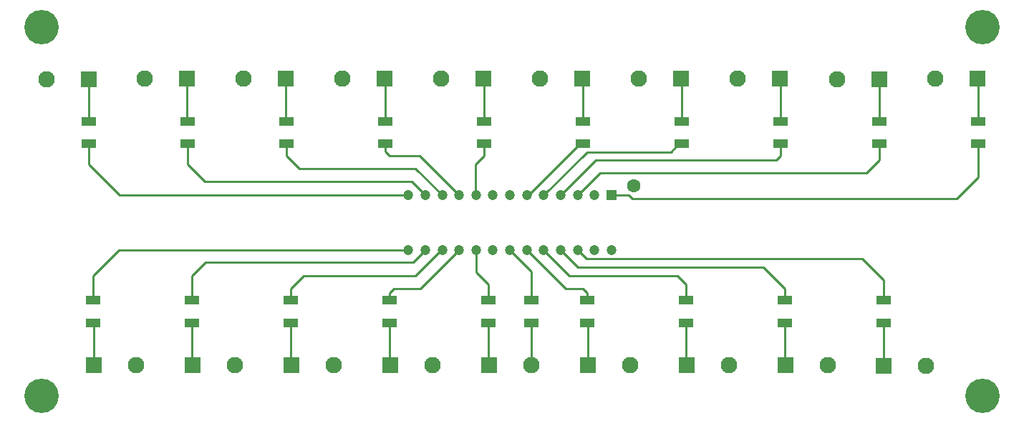
<source format=gtl>
G04*
G04 #@! TF.GenerationSoftware,Altium Limited,Altium Designer,20.1.14 (287)*
G04*
G04 Layer_Physical_Order=1*
G04 Layer_Color=255*
%FSLAX25Y25*%
%MOIN*%
G70*
G04*
G04 #@! TF.SameCoordinates,283F559E-812C-43F7-8757-F5CE0260A4F6*
G04*
G04*
G04 #@! TF.FilePolarity,Positive*
G04*
G01*
G75*
%ADD12C,0.01000*%
%ADD13R,0.07008X0.04488*%
%ADD21C,0.06299*%
%ADD22R,0.04724X0.04724*%
%ADD23C,0.04724*%
%ADD24C,0.07677*%
%ADD25R,0.07677X0.07677*%
%ADD26C,0.16000*%
D12*
X266000Y56472D02*
Y60000D01*
X255874Y62000D02*
X264000D01*
X266000Y60000D01*
X312000Y56472D02*
Y64000D01*
X257748Y68000D02*
X308000D01*
X312000Y64000D01*
X245748Y80000D02*
X257748Y68000D01*
X358000Y56472D02*
Y62000D01*
X348000Y72000D02*
X358000Y62000D01*
X253622Y80000D02*
X261622Y72000D01*
X348000D01*
X404000Y56472D02*
Y66000D01*
X394000Y76000D02*
X404000Y66000D01*
X261496Y80000D02*
X265496Y76000D01*
X394000D01*
X237874Y80000D02*
X255874Y62000D01*
X240000Y56472D02*
Y70000D01*
X230000Y80000D02*
X240000Y70000D01*
X220000Y56472D02*
Y64000D01*
X214252Y69748D02*
Y80000D01*
Y69748D02*
X220000Y64000D01*
X174000Y56472D02*
Y60000D01*
X176000Y62000D01*
X188378D01*
X206378Y80000D01*
X198000D02*
X198504D01*
X186000Y68000D02*
X198000Y80000D01*
X128000Y62000D02*
X134000Y68000D01*
X186000D01*
X128000Y56472D02*
Y62000D01*
X184916Y74287D02*
X190630Y80000D01*
X88287Y74287D02*
X184916D01*
X82000Y68000D02*
X88287Y74287D01*
X82000Y56472D02*
Y68000D01*
X48000Y80000D02*
X182756D01*
X36000Y68000D02*
X48000Y80000D01*
X36000Y56472D02*
Y68000D01*
X262740Y129528D02*
X264000D01*
X238803Y105591D02*
X262740Y129528D01*
X237874Y105591D02*
X238803D01*
X245748D02*
X265941Y125784D01*
X308740Y129528D02*
X310000D01*
X304996Y125784D02*
X308740Y129528D01*
X265941Y125784D02*
X304996D01*
X253622Y105591D02*
X270031Y122000D01*
X354000D02*
X356000Y124000D01*
X270031Y122000D02*
X354000D01*
X356000Y124000D02*
Y129528D01*
X402000Y122000D02*
Y129528D01*
X271905Y116000D02*
X396000D01*
X402000Y122000D01*
X261496Y105591D02*
X271905Y116000D01*
X448000Y114000D02*
Y129528D01*
X287023Y104000D02*
X438000D01*
X448000Y114000D01*
X277244Y105591D02*
X285432D01*
X287023Y104000D01*
X214000Y105842D02*
X214252Y105591D01*
X214000Y105842D02*
Y120000D01*
X218000Y124000D02*
Y129528D01*
X214000Y120000D02*
X218000Y124000D01*
X206378Y105591D02*
Y105622D01*
X188000Y124000D02*
X206378Y105622D01*
X172000Y126000D02*
X174000Y124000D01*
X188000D01*
X172000Y126000D02*
Y129528D01*
X186094Y118000D02*
X198504Y105591D01*
X132000Y118000D02*
X186094D01*
X126000Y124000D02*
Y129528D01*
Y124000D02*
X132000Y118000D01*
X184221Y112000D02*
X190630Y105591D01*
X88000Y112000D02*
X184221D01*
X80000Y120000D02*
Y129528D01*
Y120000D02*
X88000Y112000D01*
X48409Y105591D02*
X182756D01*
X34000Y120000D02*
X48409Y105591D01*
X34000Y120000D02*
Y129528D01*
X404000Y26000D02*
Y46000D01*
X358000Y26386D02*
X358157Y26228D01*
X358000Y26386D02*
Y46000D01*
X312000Y26386D02*
X312158Y26228D01*
X312000Y26386D02*
Y46000D01*
X34000Y140000D02*
Y159614D01*
X33843Y159772D02*
X34000Y159614D01*
X125685Y140315D02*
Y160000D01*
Y140315D02*
X126000Y140000D01*
X79685Y140315D02*
Y160000D01*
Y140315D02*
X80000Y140000D01*
X172000D02*
Y159685D01*
X171685Y160000D02*
X172000Y159685D01*
X218000Y140000D02*
Y159685D01*
X217685Y160000D02*
X218000Y159685D01*
X356000Y140000D02*
Y159685D01*
X355685Y160000D02*
X356000Y159685D01*
X310000Y140000D02*
Y159685D01*
X309685Y160000D02*
X310000Y159685D01*
X264000Y140000D02*
Y159685D01*
X263685Y160000D02*
X264000Y159685D01*
X401842Y140157D02*
Y159772D01*
Y140157D02*
X402000Y140000D01*
X448000D02*
Y159685D01*
X447685Y160000D02*
X448000Y159685D01*
X266158Y26228D02*
Y45842D01*
X266000Y46000D02*
X266158Y45842D01*
X239843D02*
X240000Y46000D01*
X239843Y26228D02*
Y45842D01*
X220000Y26386D02*
Y46000D01*
Y26386D02*
X220158Y26228D01*
X174000Y26386D02*
X174158Y26228D01*
X174000Y26386D02*
Y46000D01*
X128000Y26386D02*
Y46000D01*
Y26386D02*
X128157Y26228D01*
X82000Y26386D02*
X82157Y26228D01*
X82000Y26386D02*
Y46000D01*
X36158Y26228D02*
Y45842D01*
X36000Y46000D02*
X36158Y45842D01*
D13*
X172000Y129528D02*
D03*
Y140000D02*
D03*
X356000Y129528D02*
D03*
Y140000D02*
D03*
X36000Y56472D02*
D03*
Y46000D02*
D03*
X220000Y56472D02*
D03*
Y46000D02*
D03*
X404000Y56472D02*
D03*
Y46000D02*
D03*
X34000Y140000D02*
D03*
Y129528D02*
D03*
X80000D02*
D03*
Y140000D02*
D03*
X126000Y129528D02*
D03*
Y140000D02*
D03*
X218000Y129528D02*
D03*
Y140000D02*
D03*
X264000Y129528D02*
D03*
Y140000D02*
D03*
X448000Y129528D02*
D03*
Y140000D02*
D03*
X128000Y56472D02*
D03*
Y46000D02*
D03*
X174000Y56472D02*
D03*
Y46000D02*
D03*
X240000Y56472D02*
D03*
Y46000D02*
D03*
X266000Y56472D02*
D03*
Y46000D02*
D03*
X312000Y56472D02*
D03*
Y46000D02*
D03*
X358000Y56472D02*
D03*
Y46000D02*
D03*
X402000Y129528D02*
D03*
Y140000D02*
D03*
X310000Y129528D02*
D03*
Y140000D02*
D03*
X82000Y56472D02*
D03*
Y46000D02*
D03*
D21*
X287677Y109921D02*
D03*
D22*
X277244Y105591D02*
D03*
D23*
X269370D02*
D03*
X261496D02*
D03*
X253622D02*
D03*
X245748D02*
D03*
X237874D02*
D03*
X230000D02*
D03*
X222126D02*
D03*
X214252D02*
D03*
X206378D02*
D03*
X198504D02*
D03*
X190630D02*
D03*
X182756D02*
D03*
X277244Y80000D02*
D03*
X269370D02*
D03*
X261496D02*
D03*
X253622D02*
D03*
X245748D02*
D03*
X237874D02*
D03*
X230000D02*
D03*
X222126D02*
D03*
X214252D02*
D03*
X206378D02*
D03*
X198504D02*
D03*
X190630D02*
D03*
X182756D02*
D03*
D24*
X423685Y26000D02*
D03*
X377842Y26228D02*
D03*
X331842D02*
D03*
X285842D02*
D03*
X239843D02*
D03*
X193842D02*
D03*
X147843D02*
D03*
X101842D02*
D03*
X55843D02*
D03*
X14157Y159772D02*
D03*
X60000Y160000D02*
D03*
X106000D02*
D03*
X152000D02*
D03*
X198000D02*
D03*
X244000D02*
D03*
X290000D02*
D03*
X336000D02*
D03*
X382157Y159772D02*
D03*
X428000Y160000D02*
D03*
D25*
X404000Y26000D02*
D03*
X358157Y26228D02*
D03*
X312158D02*
D03*
X266158D02*
D03*
X220158D02*
D03*
X174158D02*
D03*
X128157D02*
D03*
X82157D02*
D03*
X36158D02*
D03*
X33843Y159772D02*
D03*
X79685Y160000D02*
D03*
X125685D02*
D03*
X171685D02*
D03*
X217685D02*
D03*
X263685D02*
D03*
X309685D02*
D03*
X355685D02*
D03*
X401842Y159772D02*
D03*
X447685Y160000D02*
D03*
D26*
X12000Y184000D02*
D03*
X450000D02*
D03*
X12000Y12000D02*
D03*
X450000D02*
D03*
M02*

</source>
